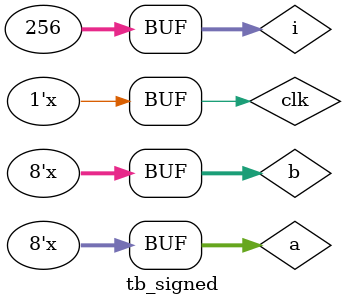
<source format=v>
`timescale 1ns / 1ps
`include "top.v"
module tb_signed;
reg clk=0;
 reg   [7:0] a;
 reg   [7:0] b;
wire  [15:0] c;

top m1(.a(a),.b(b),.c(c),.clk(clk));
always
begin
    #5 clk<=~clk;
end

integer i;
initial 
begin
    $dumpfile("result.vcd");
    $dumpvars(0,tb_signed);

    
    a<=8'h7F;
    b<=8'sd254;
     
    for(i=1;i<256;i=i+1)

        begin

            #10a<=a+i;
            b<=b+i;
        end
end
endmodule
</source>
